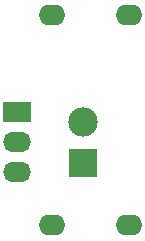
<source format=gbs>
%FSTAX24Y24*%
%MOIN*%
G70*
G01*
G75*
G04 Layer_Color=16711935*
%ADD10R,0.0394X0.0500*%
G04:AMPARAMS|DCode=11|XSize=23.6mil|YSize=39.4mil|CornerRadius=3mil|HoleSize=0mil|Usage=FLASHONLY|Rotation=180.000|XOffset=0mil|YOffset=0mil|HoleType=Round|Shape=RoundedRectangle|*
%AMROUNDEDRECTD11*
21,1,0.0236,0.0335,0,0,180.0*
21,1,0.0177,0.0394,0,0,180.0*
1,1,0.0059,-0.0089,0.0167*
1,1,0.0059,0.0089,0.0167*
1,1,0.0059,0.0089,-0.0167*
1,1,0.0059,-0.0089,-0.0167*
%
%ADD11ROUNDEDRECTD11*%
%ADD12C,0.0400*%
%ADD13C,0.0160*%
%ADD14R,0.0846X0.1211*%
%ADD15O,0.0800X0.0600*%
%ADD16R,0.0902X0.0902*%
%ADD17C,0.0902*%
%ADD18O,0.0850X0.0600*%
%ADD19R,0.0850X0.0600*%
%ADD20C,0.0079*%
%ADD21C,0.0100*%
%ADD22C,0.0050*%
%ADD23C,0.0070*%
%ADD24C,0.0197*%
%ADD25R,0.0474X0.0580*%
G04:AMPARAMS|DCode=26|XSize=31.6mil|YSize=47.4mil|CornerRadius=7mil|HoleSize=0mil|Usage=FLASHONLY|Rotation=180.000|XOffset=0mil|YOffset=0mil|HoleType=Round|Shape=RoundedRectangle|*
%AMROUNDEDRECTD26*
21,1,0.0316,0.0335,0,0,180.0*
21,1,0.0177,0.0474,0,0,180.0*
1,1,0.0139,-0.0089,0.0167*
1,1,0.0139,0.0089,0.0167*
1,1,0.0139,0.0089,-0.0167*
1,1,0.0139,-0.0089,-0.0167*
%
%ADD26ROUNDEDRECTD26*%
%ADD27O,0.0880X0.0680*%
%ADD28R,0.0982X0.0982*%
%ADD29C,0.0982*%
%ADD30O,0.0930X0.0680*%
%ADD31R,0.0930X0.0680*%
D27*
X038806Y01459D02*
D03*
Y021578D02*
D03*
X036256D02*
D03*
Y01459D02*
D03*
D28*
X0373Y01665D02*
D03*
D29*
Y018028D02*
D03*
D30*
X0351Y01635D02*
D03*
Y01735D02*
D03*
D31*
Y01835D02*
D03*
M02*

</source>
